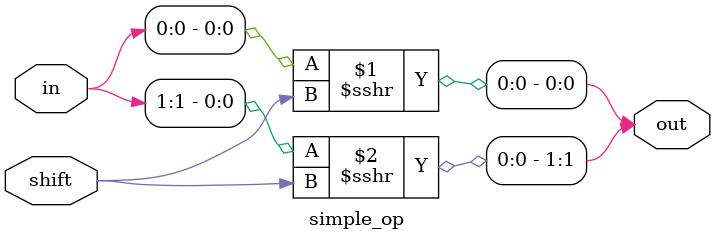
<source format=v>
module simple_op ( input shift,
				input signed [1:0] in,
                                output [1:0] out );

    assign out[0] = in[0] >>> shift;
    assign out[1] = in[1] >>> shift;

endmodule

</source>
